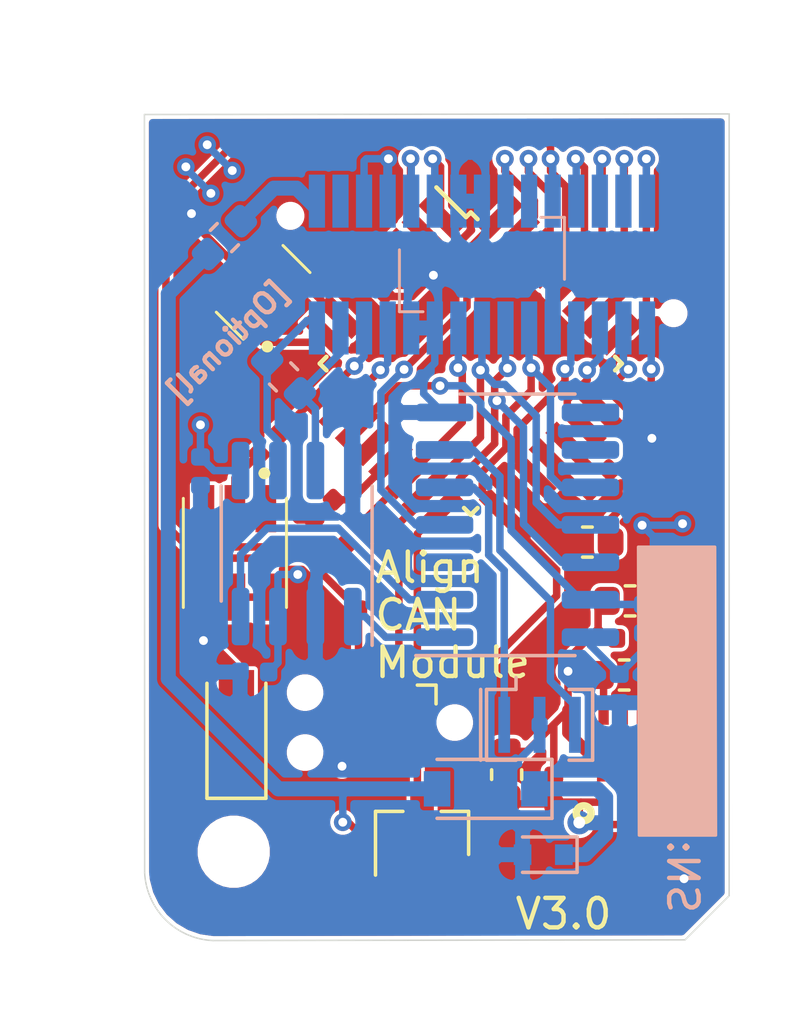
<source format=kicad_pcb>
(kicad_pcb (version 20171130) (host pcbnew "(5.1.6)-1")
  (layers (0 F.Cu signal) (31 B.Cu signal) (34 B.Paste user hide) (35 F.Paste user hide) (36 B.SilkS user) (37 F.SilkS user) (38 B.Mask user hide) (39 F.Mask user hide) (44 Edge.Cuts user))
  (net 0 "")
  (net 1 "Net-(U1-Pad7)")
  (net 2 GND)
  (net 3 /Reset)
  (net 4 /MOSI)
  (net 5 /SCK)
  (net 6 +5V)
  (net 7 /MISO)
  (net 8 /CAN_CS)
  (net 9 /CAN_INT)
  (net 10 +12V)
  (net 11 /GREEN_LED)
  (net 12 /RED_LED)
  (net 13 /BLUE_LED)
  (net 14 /U-Pin8)
  (net 15 /U-Pin12)
  (net 16 /U-Pin14)
  (net 17 /U-Pin20)
  (net 18 /U-Pin22)
  (net 19 /U-Pin2)
  (net 20 /U-Pin4)
  (net 21 /U-Pin6)
  (net 22 /U-Pin7)
  (net 23 /U-Pin23)
  (net 24 /U-Pin1)
  (net 25 /U-Pin3)
  (net 26 +12V_Safe)
  (net 27 "Net-(C3-Pad2)")
  (net 28 "Net-(L2-Pad1)")
  (net 29 "Net-(C2-Pad1)")
  (net 30 "Net-(U1-Pad8)")
  (net 31 /U-Pin5)
  (net 32 /U-Pin27)
  (net 33 /U-Pin29)
  (net 34 "Net-(J1-Pad2)")
  (net 35 "Net-(LED1-Pad5)")
  (net 36 "Net-(LED1-Pad3)")
  (net 37 "Net-(LED1-Pad1)")
  (net 38 /TXCAN)
  (net 39 /RXCAN)
  (net 40 "Net-(U4-Pad5)")
  (net 41 "Net-(U4-Pad6)")
  (net 42 12V_fused)
  (module Resistor_SMD:R_0402_1005Metric (layer B.Cu) (at 79.9 81.1 90)
    (fp_text reference R6 (at 0 1.17 90) (layer B.SilkS) (effects (justify mirror)))
    (fp_text value "10K Ohm")
    (pad 2 smd roundrect (at 0.485 0 90) (size 0.59 0.64) (layers B.Cu B.Paste B.Mask) (net 8 /CAN_CS))
    (pad 1 smd roundrect (at -0.485 0 90) (size 0.59 0.64) (layers B.Cu B.Paste B.Mask) (net 6 +5V))
  )
  (module ACM_2020_V2:IL-WX-30SB-VF-BE (layer B.Cu) (at 74.422 69.088 180)
    (fp_text reference P1 hide)
    (fp_text value Conn_02x15_Odd_Even hide)
    (pad 30 smd rect (at 5.6 2.15 180) (size 0.55 1.8) (layers B.Cu B.Paste B.Mask) (net 10 +12V))
    (pad 29 smd rect (at 5.6 -2.15 180) (size 0.55 1.8) (layers B.Cu B.Paste B.Mask) (net 33 /U-Pin29))
    (pad 28 smd rect (at 4.8 2.15 180) (size 0.55 1.8) (layers B.Cu B.Paste B.Mask))
    (pad 27 smd rect (at 4.8 -2.15 180) (size 0.55 1.8) (layers B.Cu B.Paste B.Mask) (net 32 /U-Pin27))
    (pad 26 smd rect (at 4 2.15 180) (size 0.55 1.8) (layers B.Cu B.Paste B.Mask) (net 6 +5V))
    (pad 25 smd rect (at 4 -2.15 180) (size 0.55 1.8) (layers B.Cu B.Paste B.Mask) (net 11 /GREEN_LED))
    (pad 24 smd rect (at 3.2 2.15 180) (size 0.55 1.8) (layers B.Cu B.Paste B.Mask) (net 6 +5V))
    (pad 23 smd rect (at 3.2 -2.15 180) (size 0.55 1.8) (layers B.Cu B.Paste B.Mask) (net 23 /U-Pin23))
    (pad 22 smd rect (at 2.4 2.15 180) (size 0.55 1.8) (layers B.Cu B.Paste B.Mask) (net 18 /U-Pin22))
    (pad 21 smd rect (at 2.4 -2.15 180) (size 0.55 1.8) (layers B.Cu B.Paste B.Mask) (net 2 GND))
    (pad 20 smd rect (at 1.6 2.15 180) (size 0.55 1.8) (layers B.Cu B.Paste B.Mask) (net 17 /U-Pin20))
    (pad 19 smd rect (at 1.6 -2.15 180) (size 0.55 1.8) (layers B.Cu B.Paste B.Mask) (net 2 GND))
    (pad 18 smd rect (at 0.8 2.15 180) (size 0.55 1.8) (layers B.Cu B.Paste B.Mask) (net 2 GND))
    (pad 17 smd rect (at 0.8 -2.15 180) (size 0.55 1.8) (layers B.Cu B.Paste B.Mask) (net 13 /BLUE_LED))
    (pad 16 smd rect (at 0 2.15 180) (size 0.55 1.8) (layers B.Cu B.Paste B.Mask) (net 2 GND))
    (pad 15 smd rect (at 0 -2.15 180) (size 0.55 1.8) (layers B.Cu B.Paste B.Mask) (net 4 /MOSI))
    (pad 14 smd rect (at -0.8 2.15 180) (size 0.55 1.8) (layers B.Cu B.Paste B.Mask) (net 16 /U-Pin14))
    (pad 13 smd rect (at -0.8 -2.15 180) (size 0.55 1.8) (layers B.Cu B.Paste B.Mask) (net 7 /MISO))
    (pad 12 smd rect (at -1.6 2.15 180) (size 0.55 1.8) (layers B.Cu B.Paste B.Mask) (net 15 /U-Pin12))
    (pad 11 smd rect (at -1.6 -2.15 180) (size 0.55 1.8) (layers B.Cu B.Paste B.Mask) (net 5 /SCK))
    (pad 10 smd rect (at -2.4 2.15 180) (size 0.55 1.8) (layers B.Cu B.Paste B.Mask) (net 3 /Reset))
    (pad 9 smd rect (at -2.4 -2.15 180) (size 0.55 1.8) (layers B.Cu B.Paste B.Mask) (net 2 GND))
    (pad 8 smd rect (at -3.2 2.15 180) (size 0.55 1.8) (layers B.Cu B.Paste B.Mask) (net 14 /U-Pin8))
    (pad 7 smd rect (at -3.2 -2.15 180) (size 0.55 1.8) (layers B.Cu B.Paste B.Mask) (net 22 /U-Pin7))
    (pad 6 smd rect (at -4 2.15 180) (size 0.55 1.8) (layers B.Cu B.Paste B.Mask) (net 21 /U-Pin6))
    (pad 5 smd rect (at -4 -2.15 180) (size 0.55 1.8) (layers B.Cu B.Paste B.Mask) (net 31 /U-Pin5))
    (pad 4 smd rect (at -4.8 2.15 180) (size 0.55 1.8) (layers B.Cu B.Paste B.Mask) (net 20 /U-Pin4))
    (pad 3 smd rect (at -4.8 -2.15 180) (size 0.55 1.8) (layers B.Cu B.Paste B.Mask) (net 25 /U-Pin3))
    (pad 2 smd rect (at -5.6 2.15 180) (size 0.55 1.8) (layers B.Cu B.Paste B.Mask) (net 19 /U-Pin2))
    (pad 1 smd rect (at -5.6 -2.15 180) (size 0.55 1.8) (layers B.Cu B.Paste B.Mask) (net 24 /U-Pin1))
    (pad "" np_thru_hole circle (at -6.5 -1.65 180) (size 0.7 0.7) (drill 0.7) (layers *.Cu *.Mask))
    (pad "" np_thru_hole circle (at 6.5 1.65 180) (size 0.7 0.7) (drill 0.7) (layers *.Cu *.Mask))
  )
  (module ACM_2020_V2:Resonator_CSTNE20M0V51Z000R0 (layer B.Cu) (at 76.3778 84.6963)
    (fp_text reference Y2 hide)
    (fp_text value "20.0 Mhz")
    (pad 3 smd rect (at 1.2 0) (size 0.4 1.9) (layers B.Cu B.Paste B.Mask) (net 41 "Net-(U4-Pad6)"))
    (pad 2 smd rect (at 0 0) (size 0.4 1.9) (layers B.Cu B.Paste B.Mask) (net 2 GND))
    (pad 1 smd rect (at -1.2 0) (size 0.4 1.9) (layers B.Cu B.Paste B.Mask) (net 40 "Net-(U4-Pad5)"))
  )
  (module ACM_2020_V2:ASMBTTF00A20B (layer F.Cu) (at 66.04 78.867 270)
    (fp_text reference LED1 hide)
    (fp_text value ASMB-TTF0-0A20B hide)
    (pad 1 smd rect (at -1.5 -1.05) (size 0.7 1.6) (layers F.Cu F.Paste F.Mask) (net 37 "Net-(LED1-Pad1)"))
    (pad 2 smd rect (at 1.5 -1.05) (size 0.7 1.6) (layers F.Cu F.Paste F.Mask) (net 2 GND))
    (pad 3 smd rect (at -1.5 0) (size 0.7 1.6) (layers F.Cu F.Paste F.Mask) (net 36 "Net-(LED1-Pad3)"))
    (pad 4 smd rect (at 1.5 0) (size 0.7 1.6) (layers F.Cu F.Paste F.Mask) (net 2 GND))
    (pad 5 smd rect (at -1.5 1.05) (size 0.7 1.6) (layers F.Cu F.Paste F.Mask) (net 35 "Net-(LED1-Pad5)"))
    (pad 6 smd rect (at 1.5 1.05) (size 0.7 1.6) (layers F.Cu F.Paste F.Mask) (net 2 GND))
  )
  (module Capacitor_SMD:C_0402_1005Metric (layer B.Cu) (at 66.7004 82.9056)
    (fp_text reference C8 hide)
    (fp_text value 0.1uF)
    (pad 2 smd roundrect (at 0.485 0) (size 0.59 0.64) (layers B.Cu B.Paste B.Mask) (net 6 +5V))
    (pad 1 smd roundrect (at -0.485 0) (size 0.59 0.64) (layers B.Cu B.Paste B.Mask) (net 2 GND))
  )
  (module Capacitor_SMD:C_0402_1005Metric (layer B.Cu) (at 64.8716 76.0984 270)
    (fp_text reference C7 hide)
    (fp_text value 0.1uF)
    (pad 2 smd roundrect (at 0.485 0 270) (size 0.59 0.64) (layers B.Cu B.Paste B.Mask) (net 2 GND))
    (pad 1 smd roundrect (at -0.485 0 270) (size 0.59 0.64) (layers B.Cu B.Paste B.Mask) (net 6 +5V))
  )
  (module ACM_2020_V2:Can_MCP2517FD_SOIC (layer B.Cu) (at 75.6285 77.9145)
    (fp_text reference U4 hide)
    (fp_text value MCP2517FD-xSL)
    (pad 1 smd roundrect (at -2.475 3.81) (size 1.95 0.6) (layers B.Cu B.Paste B.Mask) (net 38 /TXCAN))
    (pad 2 smd roundrect (at -2.475 2.54) (size 1.95 0.6) (layers B.Cu B.Paste B.Mask) (net 39 /RXCAN))
    (pad 3 smd roundrect (at -2.475 1.27) (size 1.95 0.6) (layers B.Cu B.Paste B.Mask))
    (pad 4 smd roundrect (at -2.475 0) (size 1.95 0.6) (layers B.Cu B.Paste B.Mask) (net 9 /CAN_INT))
    (pad 5 smd roundrect (at -2.475 -1.27) (size 1.95 0.6) (layers B.Cu B.Paste B.Mask) (net 40 "Net-(U4-Pad5)"))
    (pad 6 smd roundrect (at -2.475 -2.54) (size 1.95 0.6) (layers B.Cu B.Paste B.Mask) (net 41 "Net-(U4-Pad6)"))
    (pad 7 smd roundrect (at -2.475 -3.81) (size 1.95 0.6) (layers B.Cu B.Paste B.Mask) (net 2 GND))
    (pad 8 smd roundrect (at 2.475 -3.81) (size 1.95 0.6) (layers B.Cu B.Paste B.Mask))
    (pad 9 smd roundrect (at 2.475 -2.54) (size 1.95 0.6) (layers B.Cu B.Paste B.Mask))
    (pad 10 smd roundrect (at 2.475 -1.27) (size 1.95 0.6) (layers B.Cu B.Paste B.Mask) (net 5 /SCK))
    (pad 11 smd roundrect (at 2.475 0) (size 1.95 0.6) (layers B.Cu B.Paste B.Mask) (net 4 /MOSI))
    (pad 12 smd roundrect (at 2.475 1.27) (size 1.95 0.6) (layers B.Cu B.Paste B.Mask) (net 7 /MISO))
    (pad 13 smd roundrect (at 2.475 2.54) (size 1.95 0.6) (layers B.Cu B.Paste B.Mask) (net 8 /CAN_CS))
    (pad 14 smd roundrect (at 2.475 3.81) (size 1.95 0.6) (layers B.Cu B.Paste B.Mask) (net 6 +5V))
  )
  (module Capacitor_SMD:C_0402_1005Metric (layer B.Cu) (at 79.0829 83.4644 270)
    (fp_text reference C6 hide)
    (fp_text value 0.1uF)
    (pad 2 smd roundrect (at 0.485 0 270) (size 0.59 0.64) (layers B.Cu B.Paste B.Mask) (net 2 GND))
    (pad 1 smd roundrect (at -0.485 0 270) (size 0.59 0.64) (layers B.Cu B.Paste B.Mask) (net 6 +5V))
  )
  (module ACM_2020_V2:Pmos_DMP3099L-13 (layer F.Cu) (at 72.39 88.392 90)
    (fp_text reference Q1 hide)
    (fp_text value Q_PMOS_DMP3099L-13)
    (pad 1 smd rect (at -1 -0.95 90) (size 0.9 0.8) (layers F.Cu F.Paste F.Mask) (net 42 12V_fused))
    (pad 2 smd rect (at -1 0.95 90) (size 0.9 0.8) (layers F.Cu F.Paste F.Mask) (net 6 +5V))
    (pad 3 smd rect (at 1 0 90) (size 0.9 0.8) (layers F.Cu F.Paste F.Mask) (net 34 "Net-(J1-Pad2)"))
  )
  (module ACM_2020_V2:D_schotky_MBR0520LT1G (layer B.Cu) (at 74.549 86.868 180)
    (fp_text reference D4 hide)
    (fp_text value D_Schottky_MBR0520LT1G)
    (pad 1 smd rect (at -1.65 0 180) (size 0.9 1.2) (layers B.Cu B.Paste B.Mask) (net 26 +12V_Safe))
    (pad 2 smd rect (at 1.65 0 180) (size 0.9 1.2) (layers B.Cu B.Paste B.Mask) (net 42 12V_fused))
  )
  (module Inductor_SMD:L_0603_1608Metric (layer F.Cu) (at 79.2481 83.0072)
    (fp_text reference L2 hide)
    (fp_text value "2.2 µH")
    (pad 1 smd roundrect (at -0.7875 0) (size 0.875 0.95) (layers F.Cu F.Paste F.Mask) (net 28 "Net-(L2-Pad1)"))
    (pad 2 smd roundrect (at 0.7875 0) (size 0.875 0.95) (layers F.Cu F.Paste F.Mask) (net 6 +5V))
  )
  (module Resistor_SMD:R_0603_1608Metric (layer B.Cu) (at 67.691 72.898 135)
    (fp_text reference R7 hide)
    (fp_text value 120Ω)
    (pad 1 smd roundrect (at -0.7875 0 135) (size 0.875 0.95) (layers B.Cu B.Paste B.Mask) (net 32 /U-Pin27))
    (pad 2 smd roundrect (at 0.7875 0 135) (size 0.875 0.95) (layers B.Cu B.Paste B.Mask) (net 33 /U-Pin29))
  )
  (module Inductor_SMD:L_0603_1608Metric (layer F.Cu) (at 78 78.5)
    (fp_text reference L1 hide)
    (fp_text value 10uH)
    (pad 2 smd roundrect (at 0.7875 0) (size 0.875 0.95) (layers F.Cu F.Paste F.Mask) (net 27 "Net-(C3-Pad2)"))
    (pad 1 smd roundrect (at -0.7875 0) (size 0.875 0.95) (layers F.Cu F.Paste F.Mask) (net 6 +5V))
  )
  (module Package_QFP:TQFP-32_7x7mm_P0.8mm (layer F.Cu) (at 74.043324 72.446268 315)
    (fp_text reference U1 hide)
    (fp_text value ATmega328P-AU)
    (pad 1 smd rect (at -4.25 -2.8 315) (size 1.6 0.55) (layers F.Cu F.Paste F.Mask) (net 17 /U-Pin20))
    (pad 2 smd rect (at -4.25 -2 315) (size 1.6 0.55) (layers F.Cu F.Paste F.Mask) (net 18 /U-Pin22))
    (pad 3 smd rect (at -4.25 -1.2 315) (size 1.6 0.55) (layers F.Cu F.Paste F.Mask) (net 2 GND))
    (pad 4 smd rect (at -4.25 -0.4 315) (size 1.6 0.55) (layers F.Cu F.Paste F.Mask) (net 6 +5V))
    (pad 5 smd rect (at -4.25 0.4 315) (size 1.6 0.55) (layers F.Cu F.Paste F.Mask) (net 2 GND))
    (pad 6 smd rect (at -4.25 1.2 315) (size 1.6 0.55) (layers F.Cu F.Paste F.Mask) (net 6 +5V))
    (pad 7 smd rect (at -4.25 2 315) (size 1.6 0.55) (layers F.Cu F.Paste F.Mask) (net 1 "Net-(U1-Pad7)"))
    (pad 8 smd rect (at -4.25 2.8 315) (size 1.6 0.55) (layers F.Cu F.Paste F.Mask) (net 30 "Net-(U1-Pad8)"))
    (pad 9 smd rect (at -2.8 4.25 45) (size 1.6 0.55) (layers F.Cu F.Paste F.Mask) (net 11 /GREEN_LED))
    (pad 10 smd rect (at -2 4.25 45) (size 1.6 0.55) (layers F.Cu F.Paste F.Mask) (net 23 /U-Pin23))
    (pad 11 smd rect (at -1.2 4.25 45) (size 1.6 0.55) (layers F.Cu F.Paste F.Mask) (net 8 /CAN_CS))
    (pad 12 smd rect (at -0.4 4.25 45) (size 1.6 0.55) (layers F.Cu F.Paste F.Mask))
    (pad 13 smd rect (at 0.4 4.25 45) (size 1.6 0.55) (layers F.Cu F.Paste F.Mask) (net 12 /RED_LED))
    (pad 14 smd rect (at 1.2 4.25 45) (size 1.6 0.55) (layers F.Cu F.Paste F.Mask) (net 13 /BLUE_LED))
    (pad 15 smd rect (at 2 4.25 45) (size 1.6 0.55) (layers F.Cu F.Paste F.Mask) (net 4 /MOSI))
    (pad 16 smd rect (at 2.8 4.25 45) (size 1.6 0.55) (layers F.Cu F.Paste F.Mask) (net 7 /MISO))
    (pad 17 smd rect (at 4.25 2.8 315) (size 1.6 0.55) (layers F.Cu F.Paste F.Mask) (net 5 /SCK))
    (pad 18 smd rect (at 4.25 2 315) (size 1.6 0.55) (layers F.Cu F.Paste F.Mask) (net 6 +5V))
    (pad 19 smd rect (at 4.25 1.2 315) (size 1.6 0.55) (layers F.Cu F.Paste F.Mask) (net 22 /U-Pin7))
    (pad 20 smd rect (at 4.25 0.4 315) (size 1.6 0.55) (layers F.Cu F.Paste F.Mask) (net 29 "Net-(C2-Pad1)"))
    (pad 21 smd rect (at 4.25 -0.4 315) (size 1.6 0.55) (layers F.Cu F.Paste F.Mask) (net 2 GND))
    (pad 22 smd rect (at 4.25 -1.2 315) (size 1.6 0.55) (layers F.Cu F.Paste F.Mask) (net 31 /U-Pin5))
    (pad 23 smd rect (at 4.25 -2 315) (size 1.6 0.55) (layers F.Cu F.Paste F.Mask) (net 24 /U-Pin1))
    (pad 24 smd rect (at 4.25 -2.8 315) (size 1.6 0.55) (layers F.Cu F.Paste F.Mask) (net 25 /U-Pin3))
    (pad 25 smd rect (at 2.8 -4.25 45) (size 1.6 0.55) (layers F.Cu F.Paste F.Mask) (net 19 /U-Pin2))
    (pad 26 smd rect (at 2 -4.25 45) (size 1.6 0.55) (layers F.Cu F.Paste F.Mask) (net 20 /U-Pin4))
    (pad 27 smd rect (at 1.2 -4.25 45) (size 1.6 0.55) (layers F.Cu F.Paste F.Mask) (net 21 /U-Pin6))
    (pad 28 smd rect (at 0.4 -4.25 45) (size 1.6 0.55) (layers F.Cu F.Paste F.Mask) (net 14 /U-Pin8))
    (pad 29 smd rect (at -0.4 -4.25 45) (size 1.6 0.55) (layers F.Cu F.Paste F.Mask) (net 3 /Reset))
    (pad 30 smd rect (at -1.2 -4.25 45) (size 1.6 0.55) (layers F.Cu F.Paste F.Mask) (net 15 /U-Pin12))
    (pad 31 smd rect (at -2 -4.25 45) (size 1.6 0.55) (layers F.Cu F.Paste F.Mask) (net 16 /U-Pin14))
    (pad 32 smd rect (at -2.8 -4.25 45) (size 1.6 0.55) (layers F.Cu F.Paste F.Mask) (net 9 /CAN_INT))
  )
  (module Connector:Tag-Connect_TC2030-IDC-NL_2x03_P1.27mm_Vertical (layer F.Cu) (at 70.96 84.62 180)
    (fp_text reference J1 hide)
    (fp_text value TC2030-MCP-NL)
    (pad "" np_thru_hole circle (at 2.54 -1.016 180) (size 0.9906 0.9906) (drill 0.9906) (layers *.Cu *.Mask))
    (pad "" np_thru_hole circle (at 2.54 1.016 180) (size 0.9906 0.9906) (drill 0.9906) (layers *.Cu *.Mask))
    (pad "" np_thru_hole circle (at -2.54 0 180) (size 0.9906 0.9906) (drill 0.9906) (layers *.Cu *.Mask))
    (pad 1 connect circle (at -1.27 0.635 180) (size 0.7874 0.7874) (layers F.Cu F.Mask) (net 7 /MISO))
    (pad 2 connect circle (at -1.27 -0.635 180) (size 0.7874 0.7874) (layers F.Cu F.Mask) (net 34 "Net-(J1-Pad2)"))
    (pad 3 connect circle (at 0 0.635 180) (size 0.7874 0.7874) (layers F.Cu F.Mask) (net 5 /SCK))
    (pad 4 connect circle (at 0 -0.635 180) (size 0.7874 0.7874) (layers F.Cu F.Mask) (net 4 /MOSI))
    (pad 5 connect circle (at 1.27 0.635 180) (size 0.7874 0.7874) (layers F.Cu F.Mask) (net 3 /Reset))
    (pad 6 connect circle (at 1.27 -0.635 180) (size 0.7874 0.7874) (layers F.Cu F.Mask) (net 2 GND))
  )
  (module Resistor_SMD:R_0402_1005Metric (layer F.Cu) (at 69.7484 80.7974)
    (fp_text reference R1 hide)
    (fp_text value "10K Ohm")
    (pad 1 smd roundrect (at -0.485 0) (size 0.59 0.64) (layers F.Cu F.Paste F.Mask) (net 6 +5V))
    (pad 2 smd roundrect (at 0.485 0) (size 0.59 0.64) (layers F.Cu F.Paste F.Mask) (net 3 /Reset))
  )
  (module Resistor_SMD:R_0402_1005Metric (layer F.Cu) (at 70.091253 78.295547 45)
    (fp_text reference R5 hide)
    (fp_text value 190Ω)
    (pad 1 smd roundrect (at -0.485 0 45) (size 0.59 0.64) (layers F.Cu F.Paste F.Mask) (net 35 "Net-(LED1-Pad5)"))
    (pad 2 smd roundrect (at 0.485 0 45) (size 0.59 0.64) (layers F.Cu F.Paste F.Mask) (net 13 /BLUE_LED))
  )
  (module CSTNE16M0V530000R0:CSTNE16M0V530000R0 (layer F.Cu) (at 67.299049 70.331992 45)
    (fp_text reference Y1 hide)
    (fp_text value 16.0Mhz hide)
    (pad 3 smd rect (at 1.2 -0.425 45) (size 0.4 1.9) (layers F.Cu F.Paste F.Mask) (net 1 "Net-(U1-Pad7)"))
    (pad 2 smd rect (at 0 -0.425 45) (size 0.4 1.9) (layers F.Cu F.Paste F.Mask) (net 2 GND))
    (pad 1 smd rect (at -1.2 -0.425 45) (size 0.4 1.9) (layers F.Cu F.Paste F.Mask) (net 30 "Net-(U1-Pad8)"))
  )
  (module Capacitor_SMD:C_0402_1005Metric (layer F.Cu) (at 69.792947 68.332053 225)
    (fp_text reference C1 hide)
    (fp_text value 0.1uF)
    (pad 1 smd roundrect (at -0.485 0 225) (size 0.59 0.64) (layers F.Cu F.Paste F.Mask) (net 6 +5V))
    (pad 2 smd roundrect (at 0.485 0 225) (size 0.59 0.64) (layers F.Cu F.Paste F.Mask) (net 2 GND))
  )
  (module Diode_SMD:D_SOD-523 (layer B.Cu) (at 76.5 89.1 180)
    (fp_text reference D1 hide)
    (fp_text value 15V)
    (pad 1 smd rect (at -0.7 0) (size 0.6 0.7) (layers B.Cu B.Paste B.Mask) (net 26 +12V_Safe))
    (pad 2 smd rect (at 0.7 0) (size 0.6 0.7) (layers B.Cu B.Paste B.Mask) (net 2 GND))
  )
  (module Capacitor_SMD:C_0402_1005Metric (layer F.Cu) (at 80.042947 76.457053 225)
    (fp_text reference C3 hide)
    (fp_text value 0.1uF)
    (pad 2 smd roundrect (at 0.485 0 225) (size 0.59 0.64) (layers F.Cu F.Paste F.Mask) (net 27 "Net-(C3-Pad2)"))
    (pad 1 smd roundrect (at -0.485 0 225) (size 0.59 0.64) (layers F.Cu F.Paste F.Mask) (net 2 GND))
  )
  (module Resistor_SMD:R_0402_1005Metric (layer F.Cu) (at 79.883 89.408 90)
    (fp_text reference R2 hide)
    (fp_text value "10K Ohm")
    (pad 2 smd roundrect (at 0.485 0 90) (size 0.59 0.64) (layers F.Cu F.Paste F.Mask) (net 42 12V_fused))
    (pad 1 smd roundrect (at -0.485 0 90) (size 0.59 0.64) (layers F.Cu F.Paste F.Mask) (net 2 GND))
  )
  (module Fuse:Fuse_0603_1608Metric (layer B.Cu) (at 65.6844 68.1736 45)
    (fp_text reference F1 hide)
    (fp_text value 250mA)
    (pad 2 smd roundrect (at 0.7875 0 45) (size 0.875 0.95) (layers B.Cu B.Paste B.Mask) (net 10 +12V))
    (pad 1 smd roundrect (at -0.7875 0 45) (size 0.875 0.95) (layers B.Cu B.Paste B.Mask) (net 42 12V_fused))
  )
  (module Capacitor_SMD:C_0402_1005Metric (layer F.Cu) (at 78.4 76.4 45)
    (fp_text reference C2 hide)
    (fp_text value 0.1uF)
    (pad 1 smd roundrect (at -0.485 0 45) (size 0.59 0.64) (layers F.Cu F.Paste F.Mask) (net 29 "Net-(C2-Pad1)"))
    (pad 2 smd roundrect (at 0.485 0 45) (size 0.59 0.64) (layers F.Cu F.Paste F.Mask) (net 2 GND))
  )
  (module Capacitor_SMD:C_0402_1005Metric (layer F.Cu) (at 76.8604 86.8934 90)
    (fp_text reference C4 hide)
    (fp_text value 0.1uF)
    (pad 1 smd roundrect (at -0.485 0 90) (size 0.59 0.64) (layers F.Cu F.Paste F.Mask) (net 26 +12V_Safe))
    (pad 2 smd roundrect (at 0.485 0 90) (size 0.59 0.64) (layers F.Cu F.Paste F.Mask) (net 2 GND))
  )
  (module Capacitor_SMD:C_0402_1005Metric (layer F.Cu) (at 79.471 81.764 180)
    (fp_text reference C5 hide)
    (fp_text value 0.1uF)
    (pad 2 smd roundrect (at 0.485 0 180) (size 0.59 0.64) (layers F.Cu F.Paste F.Mask) (net 2 GND))
    (pad 1 smd roundrect (at -0.485 0 180) (size 0.59 0.64) (layers F.Cu F.Paste F.Mask) (net 6 +5V))
  )
  (module MountingHole:MountingHole_2.2mm_M2 (layer B.Cu) (at 66 89)
    (fp_text reference H1 hide)
    (fp_text value "M2 Mouting hole")
    (pad 1 np_thru_hole circle (at 0 0) (size 2.2 2.2) (drill 2.2) (layers *.Cu *.Mask))
  )
  (module NCV890430MW50TXG:SON65P300X300X100-9N (layer F.Cu) (at 79.524 85.82 90)
    (fp_text reference U3 hide)
    (fp_text value NCV890430MW50TXG hide)
    (pad 1 smd rect (at -1.5 -0.975 180) (size 0.35 0.75) (layers F.Cu F.Paste F.Mask) (net 26 +12V_Safe))
    (pad 2 smd rect (at -1.5 -0.325 180) (size 0.35 0.75) (layers F.Cu F.Paste F.Mask))
    (pad 3 smd rect (at -1.5 0.325 180) (size 0.35 0.75) (layers F.Cu F.Paste F.Mask) (net 2 GND))
    (pad 4 smd rect (at -1.5 0.975 180) (size 0.35 0.75) (layers F.Cu F.Paste F.Mask) (net 26 +12V_Safe))
    (pad 5 smd rect (at 1.5 0.975 180) (size 0.35 0.75) (layers F.Cu F.Paste F.Mask) (net 6 +5V))
    (pad 6 smd rect (at 1.5 0.325 180) (size 0.35 0.75) (layers F.Cu F.Paste F.Mask))
    (pad 7 smd rect (at 1.5 -0.325 180) (size 0.35 0.75) (layers F.Cu F.Paste F.Mask) (net 2 GND))
    (pad 8 smd rect (at 1.5 -0.975 180) (size 0.35 0.75) (layers F.Cu F.Paste F.Mask) (net 28 "Net-(L2-Pad1)"))
    (pad 9 smd rect (at 0 0 90) (size 1.6 2.4) (layers F.Cu F.Paste F.Mask) (net 2 GND))
  )
  (module Capacitor_SMD:C_0603_1608Metric (layer F.Cu) (at 75.2602 86.3855 90)
    (fp_text reference C10 hide)
    (fp_text value 10uF)
    (pad 1 smd roundrect (at -0.7875 0 90) (size 0.875 0.95) (layers F.Cu F.Paste F.Mask) (net 26 +12V_Safe))
    (pad 2 smd roundrect (at 0.7875 0 90) (size 0.875 0.95) (layers F.Cu F.Paste F.Mask) (net 2 GND))
  )
  (module Capacitor_SMD:C_0603_1608Metric (layer F.Cu) (at 79.448 80.494 180)
    (fp_text reference C11 hide)
    (fp_text value 10uF)
    (pad 2 smd roundrect (at 0.7875 0 180) (size 0.875 0.95) (layers F.Cu F.Paste F.Mask) (net 2 GND))
    (pad 1 smd roundrect (at -0.7875 0 180) (size 0.875 0.95) (layers F.Cu F.Paste F.Mask) (net 6 +5V))
  )
  (module Resistor_SMD:R_0402_1005Metric (layer F.Cu) (at 69.049853 77.406547 45)
    (fp_text reference R3 hide)
    (fp_text value 220Ω)
    (pad 1 smd roundrect (at -0.485 0 45) (size 0.59 0.64) (layers F.Cu F.Paste F.Mask) (net 37 "Net-(LED1-Pad1)"))
    (pad 2 smd roundrect (at 0.485 0 45) (size 0.59 0.64) (layers F.Cu F.Paste F.Mask) (net 12 /RED_LED))
  )
  (module Resistor_SMD:R_0402_1005Metric (layer F.Cu) (at 67.195653 75.171347 45)
    (fp_text reference R4 hide)
    (fp_text value 200Ω)
    (pad 2 smd roundrect (at 0.485 0 45) (size 0.59 0.64) (layers F.Cu F.Paste F.Mask) (net 11 /GREEN_LED))
    (pad 1 smd roundrect (at -0.485 0 45) (size 0.59 0.64) (layers F.Cu F.Paste F.Mask) (net 36 "Net-(LED1-Pad3)"))
  )
  (module ACM_2020_V2:SOIC_MCP2542FD (layer B.Cu) (at 68.1355 78.5495 90)
    (fp_text reference U2 hide)
    (fp_text value MCP2542FDxMF)
    (pad 8 smd roundrect (at 2.475 1.905 90) (size 1.95 0.6) (layers B.Cu B.Paste B.Mask) (net 2 GND))
    (pad 7 smd roundrect (at 2.475 0.635 90) (size 1.95 0.6) (layers B.Cu B.Paste B.Mask) (net 32 /U-Pin27))
    (pad 6 smd roundrect (at 2.475 -0.635 90) (size 1.95 0.6) (layers B.Cu B.Paste B.Mask) (net 33 /U-Pin29))
    (pad 5 smd roundrect (at 2.475 -1.905 90) (size 1.95 0.6) (layers B.Cu B.Paste B.Mask) (net 6 +5V))
    (pad 4 smd roundrect (at -2.475 -1.905 90) (size 1.95 0.6) (layers B.Cu B.Paste B.Mask) (net 39 /RXCAN))
    (pad 3 smd roundrect (at -2.475 -0.635 90) (size 1.95 0.6) (layers B.Cu B.Paste B.Mask) (net 6 +5V))
    (pad 2 smd roundrect (at -2.475 0.635 90) (size 1.95 0.6) (layers B.Cu B.Paste B.Mask) (net 2 GND))
    (pad 1 smd roundrect (at -2.475 1.905 90) (size 1.95 0.6) (layers B.Cu B.Paste B.Mask) (net 38 /TXCAN))
  )
  (module ACM_2020_V2:D_Zener_KDZV5.6B_SOD-123 (layer F.Cu) (at 66.0908 84.9386 90)
    (fp_text reference D2 hide)
    (fp_text value D_Zener_KDZVTR5.6B)
    (pad 2 smd rect (at 1.65 0 90) (size 0.9 1.2) (layers F.Cu F.Paste F.Mask) (net 2 GND))
    (pad 1 smd rect (at -1.65 0 90) (size 0.9 1.2) (layers F.Cu F.Paste F.Mask) (net 6 +5V))
  )
  (gr_text V3.0 (at 77.1906 91.1098) (layer F.SilkS) (effects (font (size 1 1))))
  (gr_text "Align\nCAN\nModule" (at 70.7136 80.9752) (layer F.SilkS) (effects (font (size 1 1)) (justify left)))
  (gr_text [Optional] (at 65.786 71.6915 45) (layer B.SilkS) (effects (font (size 0.7 0.7)) (justify mirror)))
  (gr_line (start 82.80908 90.49258) (end 81.31302 91.98864) (layer Edge.Cuts) (width 0.05))
  (gr_arc (start 65.399901 89.588339) (end 62.97676 89.71534) (angle -84.58411655) (layer Edge.Cuts) (width 0.05))
  (gr_line (start 62.97676 89.71534) (end 62.97 64) (layer Edge.Cuts) (width 0.05))
  (gr_line (start 81.31302 91.98864) (end 65.297629 92.01265) (layer Edge.Cuts) (width 0.05))
  (gr_line (start 82.81 63.98) (end 82.80908 90.49258) (layer Edge.Cuts) (width 0.05))
  (gr_line (start 62.97 64) (end 82.81 63.98) (layer Edge.Cuts) (width 0.05))
  (gr_text SN: (at 81.2292 89.8398 270) (layer B.SilkS) (effects (font (size 1 1)) (justify mirror)))
  (gr_poly (pts (xy 79.7264 78.6638) (xy 82.3256 78.6638) (xy 82.3552 88.4428) (xy 79.756 88.4428)) (layer B.SilkS) (width 0.1))
  (segment (start 69.519392 70.855278) (end 69.623907 70.855278) (width 0.254) (layer F.Cu) (net 1))
  (segment (start 67.847057 69.182943) (end 69.519392 70.855278) (width 0.254) (layer F.Cu) (net 1))
  (segment (start 79.199 85.495) (end 79.524 85.82) (width 0.254) (layer F.Cu) (net 2))
  (segment (start 79.199 84.32) (end 79.199 85.495) (width 0.254) (layer F.Cu) (net 2))
  (segment (start 80.328841 76.057053) (end 80.385894 76.114106) (width 0.254) (layer F.Cu) (net 2))
  (segment (start 78.8 76.114106) (end 78.742947 76.057053) (width 0.254) (layer F.Cu) (net 2))
  (segment (start 78.219795 76.057053) (end 77.331371 75.168629) (width 0.254) (layer F.Cu) (net 2))
  (segment (start 78.742947 76.057053) (end 78.219795 76.057053) (width 0.254) (layer F.Cu) (net 2))
  (segment (start 72 68.705888) (end 72.005888 68.705888) (width 0.254) (layer F.Cu) (net 2))
  (segment (start 71.886648 68.592536) (end 72 68.705888) (width 0.254) (layer F.Cu) (net 2))
  (segment (start 69.70637 68.675) (end 70.755277 69.723907) (width 0.254) (layer F.Cu) (net 2))
  (segment (start 69.45 68.675) (end 69.70637 68.675) (width 0.254) (layer F.Cu) (net 2))
  (segment (start 79.849 86.145) (end 79.849 87.32) (width 0.254) (layer F.Cu) (net 2))
  (segment (start 79.524 85.82) (end 79.849 86.145) (width 0.254) (layer F.Cu) (net 2))
  (segment (start 80.385894 76.114106) (end 80.385894 76.064106) (width 0.254) (layer F.Cu) (net 2))
  (via (at 72.775 69.45) (size 0.6) (drill 0.3) (layers F.Cu B.Cu) (net 2))
  (segment (start 71.886648 68.592536) (end 71.917536 68.592536) (width 0.254) (layer F.Cu) (net 2))
  (segment (start 71.917536 68.592536) (end 72.775 69.45) (width 0.254) (layer F.Cu) (net 2))
  (segment (start 69.69 86.085) (end 69.675 86.1) (width 0.254) (layer F.Cu) (net 2))
  (via (at 69.675 86.1) (size 0.6) (drill 0.3) (layers F.Cu B.Cu) (net 2))
  (segment (start 69.69 85.255) (end 69.69 86.085) (width 0.254) (layer F.Cu) (net 2))
  (segment (start 80.514106 76.242318) (end 80.385894 76.114106) (width 0.254) (layer F.Cu) (net 2))
  (segment (start 78.6605 80.494) (end 78.6605 80.3689) (width 0.254) (layer F.Cu) (net 2))
  (segment (start 79.883 89.893) (end 81.257 89.893) (width 0.254) (layer F.Cu) (net 2))
  (via (at 81.28 89.916) (size 0.6) (drill 0.3) (layers F.Cu B.Cu) (net 2))
  (segment (start 81.257 89.893) (end 81.28 89.916) (width 0.254) (layer F.Cu) (net 2))
  (segment (start 76.8604 84.6836) (end 77.343 84.201) (width 0.254) (layer F.Cu) (net 2))
  (segment (start 79.524 85.82) (end 78.2 85.82) (width 0.4) (layer F.Cu) (net 2))
  (segment (start 77.343 84.963) (end 77.343 84.201) (width 0.4) (layer F.Cu) (net 2))
  (segment (start 78.2 85.82) (end 77.343 84.963) (width 0.4) (layer F.Cu) (net 2))
  (segment (start 76.8604 86.4084) (end 76.8604 84.6836) (width 0.254) (layer F.Cu) (net 2))
  (segment (start 64.99 80.367) (end 67.09 80.367) (width 0.254) (layer F.Cu) (net 2))
  (via (at 64.9732 81.8388) (size 0.6) (drill 0.3) (layers F.Cu B.Cu) (net 2))
  (segment (start 64.99 80.367) (end 64.99 81.822) (width 0.254) (layer F.Cu) (net 2))
  (segment (start 64.99 81.822) (end 64.9732 81.8388) (width 0.254) (layer F.Cu) (net 2))
  (segment (start 75.946 85.598) (end 76.8604 84.6836) (width 0.254) (layer F.Cu) (net 2))
  (segment (start 75.2602 85.598) (end 75.946 85.598) (width 0.254) (layer F.Cu) (net 2))
  (segment (start 71.203741 70.172371) (end 70.755277 69.723907) (width 0.254) (layer F.Cu) (net 2))
  (segment (start 72.052629 70.172371) (end 71.203741 70.172371) (width 0.254) (layer F.Cu) (net 2))
  (segment (start 72.775 69.45) (end 72.052629 70.172371) (width 0.254) (layer F.Cu) (net 2))
  (segment (start 79.638694 76.114106) (end 78.8 76.114106) (width 0.254) (layer F.Cu) (net 2))
  (segment (start 80.385894 76.114106) (end 79.638694 76.114106) (width 0.254) (layer F.Cu) (net 2))
  (segment (start 79.638694 76.114106) (end 79.638694 75.529906) (width 0.254) (layer F.Cu) (net 2))
  (segment (start 79.638694 75.529906) (end 80.1878 74.9808) (width 0.254) (layer F.Cu) (net 2))
  (segment (start 66.0908 82.9564) (end 64.9732 81.8388) (width 0.508) (layer F.Cu) (net 2))
  (segment (start 66.0908 83.2886) (end 66.0908 82.9564) (width 0.508) (layer F.Cu) (net 2))
  (via (at 64.5668 67.3608) (size 0.6) (drill 0.3) (layers F.Cu B.Cu) (net 2))
  (segment (start 64.5668 67.6148) (end 64.5668 67.3608) (width 0.254) (layer F.Cu) (net 2))
  (segment (start 66.998529 70.031472) (end 66.983472 70.031472) (width 0.254) (layer F.Cu) (net 2))
  (segment (start 66.983472 70.031472) (end 64.5668 67.6148) (width 0.254) (layer F.Cu) (net 2))
  (segment (start 77.343 82.8802) (end 77.343 84.201) (width 0.254) (layer F.Cu) (net 2))
  (via (at 77.343 82.8802) (size 0.6) (drill 0.3) (layers F.Cu B.Cu) (net 2))
  (segment (start 76.3778 85.181998) (end 75.402998 86.1568) (width 0.254) (layer B.Cu) (net 2))
  (segment (start 76.3778 84.6963) (end 76.3778 85.181998) (width 0.254) (layer B.Cu) (net 2))
  (via (at 80.1878 74.9808) (size 0.6) (drill 0.3) (layers F.Cu B.Cu) (net 2))
  (segment (start 72.822 71.238) (end 72.822 72.424312) (width 0.254) (layer B.Cu) (net 2))
  (segment (start 73.084586 74.1045) (end 73.1535 74.1045) (width 0.254) (layer B.Cu) (net 2))
  (segment (start 72.446007 73.465921) (end 73.084586 74.1045) (width 0.254) (layer B.Cu) (net 2))
  (segment (start 72.446007 72.800305) (end 72.446007 73.465921) (width 0.254) (layer B.Cu) (net 2))
  (segment (start 72.822 72.424312) (end 72.446007 72.800305) (width 0.254) (layer B.Cu) (net 2))
  (segment (start 77.343 82.457) (end 77.343 82.8802) (width 0.254) (layer F.Cu) (net 2))
  (segment (start 78.3635 81.4365) (end 77.343 82.457) (width 0.254) (layer F.Cu) (net 2))
  (segment (start 78.691 81.764) (end 78.986 81.764) (width 0.254) (layer F.Cu) (net 2))
  (segment (start 78.3635 81.4365) (end 78.691 81.764) (width 0.254) (layer F.Cu) (net 2))
  (segment (start 78.6605 80.494) (end 78.3635 80.791) (width 0.254) (layer F.Cu) (net 2))
  (segment (start 78.3635 80.791) (end 78.3635 81.4365) (width 0.254) (layer F.Cu) (net 2))
  (segment (start 69.69 83.01) (end 69.69 83.985) (width 0.254) (layer F.Cu) (net 3))
  (segment (start 69.69 82.8448) (end 69.69 83.985) (width 0.254) (layer F.Cu) (net 3))
  (segment (start 70.2334 80.7974) (end 70.2334 82.3014) (width 0.254) (layer F.Cu) (net 3))
  (segment (start 70.2334 82.3014) (end 69.69 82.8448) (width 0.254) (layer F.Cu) (net 3))
  (segment (start 63.7 77.924) (end 63.7 67.3) (width 0.254) (layer F.Cu) (net 3))
  (segment (start 76.822 65.572) (end 76.75 65.5) (width 0.254) (layer B.Cu) (net 3))
  (segment (start 77.26291 68.660996) (end 77.26291 66.437174) (width 0.254) (layer F.Cu) (net 3))
  (segment (start 77.26291 66.437174) (end 76.75 65.924264) (width 0.254) (layer F.Cu) (net 3))
  (segment (start 70.2334 80.7974) (end 68.4808 79.0448) (width 0.254) (layer F.Cu) (net 3))
  (segment (start 68.4808 79.0448) (end 64.8208 79.0448) (width 0.254) (layer F.Cu) (net 3))
  (segment (start 66.304001 64.695999) (end 76.370263 64.695999) (width 0.254) (layer F.Cu) (net 3))
  (via (at 76.75 65.5) (size 0.6) (drill 0.3) (layers F.Cu B.Cu) (net 3))
  (segment (start 76.75 65.924264) (end 76.75 65.5) (width 0.254) (layer F.Cu) (net 3))
  (segment (start 64.8208 79.0448) (end 63.7 77.924) (width 0.254) (layer F.Cu) (net 3))
  (segment (start 76.75 65.075736) (end 76.75 65.5) (width 0.254) (layer F.Cu) (net 3))
  (segment (start 76.765685 69.158221) (end 77.26291 68.660996) (width 0.254) (layer F.Cu) (net 3))
  (segment (start 63.7 67.3) (end 66.304001 64.695999) (width 0.254) (layer F.Cu) (net 3))
  (segment (start 76.370263 64.695999) (end 76.75 65.075736) (width 0.254) (layer F.Cu) (net 3))
  (segment (start 76.822 67.188) (end 76.822 65.572) (width 0.254) (layer B.Cu) (net 3))
  (segment (start 71.6026 84.6124) (end 70.96 85.255) (width 0.127) (layer F.Cu) (net 4))
  (segment (start 71.6026 83.5152) (end 71.6026 84.6124) (width 0.127) (layer F.Cu) (net 4))
  (segment (start 71.6026 77.8764) (end 71.6026 83.5152) (width 0.254) (layer F.Cu) (net 4))
  (segment (start 72.452334 76.865685) (end 72.452334 77.026666) (width 0.254) (layer F.Cu) (net 4))
  (segment (start 72.452334 77.026666) (end 71.6026 77.8764) (width 0.254) (layer F.Cu) (net 4))
  (via (at 74.3712 72.6694) (size 0.6) (drill 0.3) (layers F.Cu B.Cu) (net 4))
  (segment (start 74.422 72.6186) (end 74.3712 72.6694) (width 0.254) (layer B.Cu) (net 4))
  (segment (start 74.422 70.988) (end 74.422 72.6186) (width 0.254) (layer B.Cu) (net 4))
  (segment (start 72.452334 76.865685) (end 74.3712 74.946819) (width 0.254) (layer F.Cu) (net 4))
  (segment (start 74.3712 74.946819) (end 74.3712 72.6694) (width 0.254) (layer F.Cu) (net 4))
  (segment (start 78.1035 77.9145) (end 77.0128 77.9145) (width 0.254) (layer B.Cu) (net 4))
  (segment (start 77.0128 77.9145) (end 76.2635 77.1652) (width 0.254) (layer B.Cu) (net 4))
  (segment (start 76.2635 77.1652) (end 76.2635 74.218635) (width 0.254) (layer B.Cu) (net 4))
  (segment (start 75.196398 73.151533) (end 74.853333 73.151533) (width 0.254) (layer B.Cu) (net 4))
  (segment (start 74.853333 73.151533) (end 74.3712 72.6694) (width 0.254) (layer B.Cu) (net 4))
  (segment (start 76.2635 74.218635) (end 75.196398 73.151533) (width 0.254) (layer B.Cu) (net 4))
  (segment (start 75.946 78.308742) (end 75.068629 77.431371) (width 0.254) (layer F.Cu) (net 5))
  (segment (start 75.946 78.4352) (end 75.946 78.308742) (width 0.254) (layer F.Cu) (net 5))
  (segment (start 70.375799 85.637015) (end 70.375799 84.569201) (width 0.127) (layer F.Cu) (net 5))
  (segment (start 70.577985 85.839201) (end 70.375799 85.637015) (width 0.127) (layer F.Cu) (net 5))
  (segment (start 71.240417 85.839201) (end 70.577985 85.839201) (width 0.127) (layer F.Cu) (net 5))
  (segment (start 71.544201 85.535417) (end 71.240417 85.839201) (width 0.127) (layer F.Cu) (net 5))
  (segment (start 72.8726 84.232414) (end 72.434215 84.670799) (width 0.127) (layer F.Cu) (net 5))
  (segment (start 71.544201 85.030023) (end 71.544201 85.535417) (width 0.127) (layer F.Cu) (net 5))
  (segment (start 72.8726 83.7946) (end 72.8726 84.232414) (width 0.127) (layer F.Cu) (net 5))
  (segment (start 70.375799 84.569201) (end 70.96 83.985) (width 0.127) (layer F.Cu) (net 5))
  (segment (start 72.434215 84.670799) (end 71.903425 84.670799) (width 0.127) (layer F.Cu) (net 5))
  (segment (start 71.903425 84.670799) (end 71.544201 85.030023) (width 0.127) (layer F.Cu) (net 5))
  (segment (start 76.957201 80.319599) (end 73.9902 83.2866) (width 0.254) (layer F.Cu) (net 5))
  (segment (start 75.946 78.4352) (end 76.957201 79.446401) (width 0.254) (layer F.Cu) (net 5))
  (segment (start 73.3806 83.2866) (end 72.8726 83.7946) (width 0.254) (layer F.Cu) (net 5))
  (segment (start 73.9902 83.2866) (end 73.3806 83.2866) (width 0.254) (layer F.Cu) (net 5))
  (segment (start 76.957201 79.446401) (end 76.957201 80.319599) (width 0.254) (layer F.Cu) (net 5))
  (segment (start 76.022 70.988) (end 76.022 72.526162) (width 0.254) (layer B.Cu) (net 5))
  (segment (start 76.022 72.526162) (end 76.091152 72.595314) (width 0.254) (layer B.Cu) (net 5))
  (via (at 76.091152 72.595314) (size 0.6) (drill 0.3) (layers F.Cu B.Cu) (net 5))
  (segment (start 75.068629 77.431371) (end 74.432234 76.794976) (width 0.254) (layer F.Cu) (net 5))
  (segment (start 76.091152 73.364781) (end 76.091152 72.595314) (width 0.254) (layer F.Cu) (net 5))
  (segment (start 75.234789 74.221144) (end 76.091152 73.364781) (width 0.254) (layer F.Cu) (net 5))
  (segment (start 74.432234 76.118996) (end 75.234789 75.316441) (width 0.254) (layer F.Cu) (net 5))
  (segment (start 75.234789 75.316441) (end 75.234789 74.221144) (width 0.254) (layer F.Cu) (net 5))
  (segment (start 74.432234 76.794976) (end 74.432234 76.118996) (width 0.254) (layer F.Cu) (net 5))
  (segment (start 77.1285 76.6445) (end 76.7461 76.2621) (width 0.254) (layer B.Cu) (net 5))
  (segment (start 78.1035 76.6445) (end 77.1285 76.6445) (width 0.254) (layer B.Cu) (net 5))
  (segment (start 76.7461 76.2621) (end 76.7461 73.250262) (width 0.254) (layer B.Cu) (net 5))
  (segment (start 76.7461 73.250262) (end 76.091152 72.595314) (width 0.254) (layer B.Cu) (net 5))
  (segment (start 79.956 80.7735) (end 80.2355 80.494) (width 0.254) (layer F.Cu) (net 6))
  (segment (start 79.956 81.764) (end 79.956 80.7735) (width 0.254) (layer F.Cu) (net 6))
  (segment (start 75.22395 76.455321) (end 75.634314 76.865685) (width 0.254) (layer F.Cu) (net 6))
  (segment (start 77.2125 78.443871) (end 75.634314 76.865685) (width 0.254) (layer F.Cu) (net 6))
  (segment (start 77.2125 78.5) (end 77.2125 78.443871) (width 0.254) (layer F.Cu) (net 6))
  (via (at 65.225002 66.675) (size 0.6) (drill 0.3) (layers F.Cu B.Cu) (net 6))
  (via (at 65.950002 65.9) (size 0.6) (drill 0.3) (layers F.Cu B.Cu) (net 6))
  (segment (start 65.1 65.049998) (end 65.1 65.025) (width 0.254) (layer B.Cu) (net 6))
  (segment (start 65.950002 65.9) (end 65.1 65.049998) (width 0.254) (layer B.Cu) (net 6))
  (via (at 65.1 65.025) (size 0.6) (drill 0.3) (layers F.Cu B.Cu) (net 6))
  (segment (start 65.225002 66.675) (end 64.375 65.824998) (width 0.254) (layer B.Cu) (net 6))
  (via (at 64.375 65.775) (size 0.6) (drill 0.3) (layers F.Cu B.Cu) (net 6))
  (segment (start 64.375 65.824998) (end 64.375 65.775) (width 0.254) (layer B.Cu) (net 6))
  (via (at 81.2292 77.8764) (size 0.6) (drill 0.3) (layers F.Cu B.Cu) (net 6))
  (segment (start 81.1784 77.9272) (end 81.2292 77.8764) (width 0.254) (layer B.Cu) (net 6))
  (segment (start 65.3327 76.0745) (end 64.8716 75.6134) (width 0.254) (layer B.Cu) (net 6))
  (segment (start 66.2305 76.0745) (end 65.3327 76.0745) (width 0.254) (layer B.Cu) (net 6))
  (via (at 64.8716 74.5236) (size 0.6) (drill 0.3) (layers F.Cu B.Cu) (net 6))
  (segment (start 64.8716 75.6134) (end 64.8716 74.5236) (width 0.254) (layer B.Cu) (net 6))
  (segment (start 67.5005 82.5905) (end 67.1854 82.9056) (width 0.254) (layer B.Cu) (net 6))
  (segment (start 67.5005 81.0245) (end 67.5005 82.5905) (width 0.254) (layer B.Cu) (net 6))
  (segment (start 71.222 66.022) (end 71.222 66.022) (width 0.254) (layer B.Cu) (net 6))
  (via (at 68.1736 79.5988) (size 0.6) (drill 0.3) (layers F.Cu B.Cu) (net 6))
  (segment (start 69.2634 80.7974) (end 69.2634 80.6886) (width 0.254) (layer F.Cu) (net 6))
  (segment (start 69.2634 80.6886) (end 68.1736 79.5988) (width 0.254) (layer F.Cu) (net 6))
  (segment (start 68.1736 79.5988) (end 67.5434 79.5988) (width 0.254) (layer B.Cu) (net 6))
  (segment (start 67.5005 79.6417) (end 67.5005 81.0245) (width 0.254) (layer B.Cu) (net 6))
  (segment (start 67.5434 79.5988) (end 67.5005 79.6417) (width 0.254) (layer B.Cu) (net 6))
  (segment (start 78.1035 82) (end 79.0829 82.9794) (width 0.254) (layer B.Cu) (net 6))
  (segment (start 78.1035 81.7245) (end 78.1035 82) (width 0.254) (layer B.Cu) (net 6))
  (via (at 71.25 65.499998) (size 0.6) (drill 0.3) (layers F.Cu B.Cu) (net 6))
  (segment (start 71.2 67.166) (end 71.2 65.549998) (width 0.254) (layer B.Cu) (net 6))
  (segment (start 71.25 66.36) (end 71.25 65.499998) (width 0.254) (layer B.Cu) (net 6))
  (segment (start 71.2 65.549998) (end 71.25 65.499998) (width 0.254) (layer B.Cu) (net 6))
  (segment (start 79.8576 77.9272) (end 81.1784 77.9272) (width 0.254) (layer B.Cu) (net 6))
  (via (at 79.8576 77.9272) (size 0.6) (drill 0.3) (layers F.Cu B.Cu) (net 6))
  (segment (start 71.25 65.499998) (end 70.500002 65.499998) (width 0.254) (layer B.Cu) (net 6))
  (segment (start 70.422 65.578) (end 70.422 66.938) (width 0.254) (layer B.Cu) (net 6))
  (segment (start 70.500002 65.499998) (end 70.422 65.578) (width 0.254) (layer B.Cu) (net 6))
  (segment (start 79.9 82.1623) (end 79.0829 82.9794) (width 0.254) (layer B.Cu) (net 6))
  (segment (start 79.9 81.585) (end 79.9 82.1623) (width 0.254) (layer B.Cu) (net 6))
  (segment (start 79.915 81.6) (end 79.9 81.585) (width 0.254) (layer B.Cu) (net 6))
  (segment (start 80.5 81.6) (end 79.915 81.6) (width 0.254) (layer B.Cu) (net 6))
  (segment (start 80.8 81.3) (end 80.5 81.6) (width 0.254) (layer B.Cu) (net 6))
  (segment (start 79.8576 77.9272) (end 80.8 78.8696) (width 0.254) (layer B.Cu) (net 6))
  (segment (start 80.8 78.8696) (end 80.8 81.3) (width 0.254) (layer B.Cu) (net 6))
  (segment (start 73.018629 77.431371) (end 73.018019 77.431371) (width 0.254) (layer F.Cu) (net 7))
  (segment (start 72.23 83.985) (end 72.23 78.21939) (width 0.254) (layer F.Cu) (net 7))
  (segment (start 72.23 78.21939) (end 73.018019 77.431371) (width 0.254) (layer F.Cu) (net 7))
  (segment (start 74.853778 75.158622) (end 74.853778 73.039258) (width 0.254) (layer F.Cu) (net 7))
  (segment (start 73.654414 76.357986) (end 74.853778 75.158622) (width 0.254) (layer F.Cu) (net 7))
  (segment (start 74.853778 73.039258) (end 75.287904 72.605132) (width 0.254) (layer F.Cu) (net 7))
  (segment (start 73.018019 77.431371) (end 73.654414 76.794976) (width 0.254) (layer F.Cu) (net 7))
  (via (at 75.287904 72.605132) (size 0.6) (drill 0.3) (layers F.Cu B.Cu) (net 7))
  (segment (start 73.654414 76.794976) (end 73.654414 76.357986) (width 0.254) (layer F.Cu) (net 7))
  (segment (start 75.222 72.539228) (end 75.287904 72.605132) (width 0.254) (layer B.Cu) (net 7))
  (segment (start 75.222 70.988) (end 75.222 72.539228) (width 0.254) (layer B.Cu) (net 7))
  (segment (start 75.8317 74.606759) (end 74.930476 73.705535) (width 0.254) (layer B.Cu) (net 7))
  (segment (start 75.8317 77.8877) (end 75.8317 74.606759) (width 0.254) (layer B.Cu) (net 7))
  (segment (start 77.1285 79.1845) (end 75.8317 77.8877) (width 0.254) (layer B.Cu) (net 7))
  (segment (start 78.1035 79.1845) (end 77.1285 79.1845) (width 0.254) (layer B.Cu) (net 7))
  (via (at 74.930476 73.705535) (size 0.6) (drill 0.3) (layers F.Cu B.Cu) (net 7))
  (segment (start 69.85 74.811968) (end 69.85 75.184) (width 0.254) (layer F.Cu) (net 8))
  (segment (start 75.4126 75.023204) (end 74.38251 73.993114) (width 0.254) (layer B.Cu) (net 8))
  (segment (start 73.795358 73.2) (end 73.000008 73.2) (width 0.254) (layer B.Cu) (net 8))
  (segment (start 77.7621 80.4545) (end 75.4126 78.105) (width 0.254) (layer B.Cu) (net 8))
  (segment (start 74.38251 73.787152) (end 73.795358 73.2) (width 0.254) (layer B.Cu) (net 8))
  (segment (start 74.38251 73.993114) (end 74.38251 73.787152) (width 0.254) (layer B.Cu) (net 8))
  (segment (start 75.4126 78.105) (end 75.4126 75.023204) (width 0.254) (layer B.Cu) (net 8))
  (segment (start 70.189592 74.602944) (end 71.592536 73.2) (width 0.254) (layer F.Cu) (net 8))
  (via (at 73.000008 73.2) (size 0.6) (drill 0.3) (layers F.Cu B.Cu) (net 8))
  (segment (start 71.592536 73.2) (end 73.000008 73.2) (width 0.254) (layer F.Cu) (net 8))
  (segment (start 78.1035 80.4545) (end 77.7621 80.4545) (width 0.254) (layer B.Cu) (net 8))
  (segment (start 78.264 80.615) (end 78.1035 80.4545) (width 0.254) (layer B.Cu) (net 8))
  (segment (start 79.9 80.615) (end 78.264 80.615) (width 0.254) (layer B.Cu) (net 8))
  (segment (start 75.068629 67.461165) (end 73.914 68.615794) (width 0.254) (layer F.Cu) (net 9))
  (segment (start 73.914 68.615794) (end 73.914 70.51239) (width 0.254) (layer F.Cu) (net 9))
  (segment (start 73.914 70.51239) (end 71.7804 72.64599) (width 0.254) (layer F.Cu) (net 9))
  (via (at 71.7804 72.64599) (size 0.6) (drill 0.3) (layers F.Cu B.Cu) (net 9))
  (segment (start 70.993 73.43339) (end 71.7804 72.64599) (width 0.254) (layer B.Cu) (net 9))
  (segment (start 73.1535 77.9145) (end 72.1785 77.9145) (width 0.254) (layer B.Cu) (net 9))
  (segment (start 72.1785 77.9145) (end 70.993 76.729) (width 0.254) (layer B.Cu) (net 9))
  (segment (start 70.993 76.729) (end 70.993 73.43339) (width 0.254) (layer B.Cu) (net 9))
  (segment (start 68.8 67.166) (end 68.822 67.188) (width 0.254) (layer B.Cu) (net 10))
  (segment (start 68.1312 66.4972) (end 68.822 67.188) (width 0.508) (layer B.Cu) (net 10))
  (segment (start 66.241247 67.616753) (end 67.3608 66.4972) (width 0.508) (layer B.Cu) (net 10))
  (segment (start 67.3608 66.4972) (end 68.1312 66.4972) (width 0.508) (layer B.Cu) (net 10))
  (via (at 70.0913 72.5297) (size 0.6) (drill 0.3) (layers F.Cu B.Cu) (net 11))
  (segment (start 68.895427 73.471573) (end 67.5386 74.8284) (width 0.254) (layer F.Cu) (net 11))
  (segment (start 69.058221 73.471573) (end 68.895427 73.471573) (width 0.254) (layer F.Cu) (net 11))
  (segment (start 69.149427 73.471573) (end 70.0913 72.5297) (width 0.254) (layer F.Cu) (net 11))
  (segment (start 69.058221 73.471573) (end 69.149427 73.471573) (width 0.254) (layer F.Cu) (net 11))
  (segment (start 70.422 72.199) (end 70.422 71.238) (width 0.254) (layer B.Cu) (net 11))
  (segment (start 70.0913 72.5297) (end 70.422 72.199) (width 0.254) (layer B.Cu) (net 11))
  (segment (start 69.991678 77.0636) (end 69.3928 77.0636) (width 0.254) (layer F.Cu) (net 12))
  (segment (start 71.320963 75.734315) (end 69.991678 77.0636) (width 0.254) (layer F.Cu) (net 12))
  (segment (start 71.8 76.3) (end 71.886648 76.3) (width 0.254) (layer F.Cu) (net 13))
  (segment (start 70.4342 77.752448) (end 70.4342 77.9526) (width 0.254) (layer F.Cu) (net 13))
  (segment (start 71.886648 76.3) (end 70.4342 77.752448) (width 0.254) (layer F.Cu) (net 13))
  (via (at 73.6092 72.5932) (size 0.6) (drill 0.3) (layers F.Cu B.Cu) (net 13))
  (segment (start 73.754002 74.432646) (end 73.754002 72.738002) (width 0.254) (layer F.Cu) (net 13))
  (segment (start 73.622 70.988) (end 73.622 72.5804) (width 0.254) (layer B.Cu) (net 13))
  (segment (start 73.622 72.5804) (end 73.6092 72.5932) (width 0.254) (layer B.Cu) (net 13))
  (segment (start 71.886648 76.3) (end 73.754002 74.432646) (width 0.254) (layer F.Cu) (net 13))
  (segment (start 73.754002 72.738002) (end 73.6092 72.5932) (width 0.254) (layer F.Cu) (net 13))
  (segment (start 77.622 67.188) (end 77.622 65.522) (width 0.254) (layer B.Cu) (net 14))
  (segment (start 77.899999 65.799999) (end 77.6 65.5) (width 0.254) (layer F.Cu) (net 14))
  (segment (start 77.899999 69.155279) (end 77.899999 65.799999) (width 0.254) (layer F.Cu) (net 14))
  (segment (start 77.622 65.522) (end 77.6 65.5) (width 0.254) (layer B.Cu) (net 14))
  (segment (start 77.331371 69.723907) (end 77.899999 69.155279) (width 0.254) (layer F.Cu) (net 14))
  (via (at 77.6 65.5) (size 0.6) (drill 0.3) (layers F.Cu B.Cu) (net 14))
  (segment (start 76 65.950437) (end 76 65.5) (width 0.254) (layer F.Cu) (net 15))
  (segment (start 76.7334 66.683837) (end 76 65.950437) (width 0.254) (layer F.Cu) (net 15))
  (segment (start 76.7334 68.059136) (end 76.7334 66.683837) (width 0.254) (layer F.Cu) (net 15))
  (segment (start 76.022 67.188) (end 76.022 65.522) (width 0.254) (layer B.Cu) (net 15))
  (segment (start 76.2 68.592536) (end 76.7334 68.059136) (width 0.254) (layer F.Cu) (net 15))
  (segment (start 76.022 65.522) (end 76 65.5) (width 0.254) (layer B.Cu) (net 15))
  (via (at 76 65.5) (size 0.6) (drill 0.3) (layers F.Cu B.Cu) (net 15))
  (segment (start 75.2 65.924264) (end 75.2 65.5) (width 0.254) (layer F.Cu) (net 16))
  (segment (start 76.2 66.924264) (end 75.2 65.924264) (width 0.254) (layer F.Cu) (net 16))
  (segment (start 76.2 67.461165) (end 76.2 66.924264) (width 0.254) (layer F.Cu) (net 16))
  (segment (start 75.634314 68.026851) (end 76.2 67.461165) (width 0.254) (layer F.Cu) (net 16))
  (via (at 75.2 65.5) (size 0.6) (drill 0.3) (layers F.Cu B.Cu) (net 16))
  (segment (start 75.222 65.522) (end 75.2 65.5) (width 0.254) (layer B.Cu) (net 16))
  (segment (start 75.222 67.188) (end 75.222 65.522) (width 0.254) (layer B.Cu) (net 16))
  (via (at 72.75 65.49999) (size 0.6) (drill 0.3) (layers F.Cu B.Cu) (net 17))
  (segment (start 73.018019 65.768009) (end 72.75 65.49999) (width 0.254) (layer F.Cu) (net 17))
  (segment (start 72.822 67.188) (end 72.822 65.57199) (width 0.254) (layer B.Cu) (net 17))
  (segment (start 72.822 65.57199) (end 72.75 65.49999) (width 0.254) (layer B.Cu) (net 17))
  (segment (start 73.018019 67.461165) (end 73.018019 65.768009) (width 0.254) (layer F.Cu) (net 17))
  (via (at 72 65.495694) (size 0.6) (drill 0.3) (layers F.Cu B.Cu) (net 18))
  (segment (start 72.022 67.188) (end 72.022 65.517694) (width 0.254) (layer B.Cu) (net 18))
  (segment (start 72.022 65.517694) (end 72 65.495694) (width 0.254) (layer B.Cu) (net 18))
  (segment (start 72 67.574517) (end 72 65.495694) (width 0.254) (layer F.Cu) (net 18))
  (segment (start 72.452334 68.026851) (end 72 67.574517) (width 0.254) (layer F.Cu) (net 18))
  (segment (start 80 67.166) (end 80 65.5) (width 0.254) (layer B.Cu) (net 19))
  (via (at 80 65.5) (size 0.6) (drill 0.3) (layers F.Cu B.Cu) (net 19))
  (segment (start 79.028427 71.420963) (end 79.417336 71.420963) (width 0.254) (layer F.Cu) (net 19))
  (segment (start 79.417336 71.420963) (end 80 70.838299) (width 0.254) (layer F.Cu) (net 19))
  (segment (start 80.022 67.188) (end 80 67.166) (width 0.254) (layer B.Cu) (net 19))
  (segment (start 80 70.838299) (end 80 65.5) (width 0.254) (layer F.Cu) (net 19))
  (via (at 79.25 65.5) (size 0.6) (drill 0.3) (layers F.Cu B.Cu) (net 20))
  (segment (start 79.25 65.924264) (end 79.25 65.5) (width 0.254) (layer F.Cu) (net 20))
  (segment (start 79.222 67.188) (end 79.222 65.528) (width 0.254) (layer B.Cu) (net 20))
  (segment (start 79.25 70.068019) (end 79.25 65.924264) (width 0.254) (layer F.Cu) (net 20))
  (segment (start 79.222 65.528) (end 79.25 65.5) (width 0.254) (layer B.Cu) (net 20))
  (segment (start 78.462741 70.855278) (end 79.25 70.068019) (width 0.254) (layer F.Cu) (net 20))
  (segment (start 78.5 69.686648) (end 78.5 65.5) (width 0.254) (layer F.Cu) (net 21))
  (via (at 78.5 65.5) (size 0.6) (drill 0.3) (layers F.Cu B.Cu) (net 21))
  (segment (start 78.422 65.578) (end 78.5 65.5) (width 0.254) (layer B.Cu) (net 21))
  (segment (start 78.422 67.188) (end 78.422 65.578) (width 0.254) (layer B.Cu) (net 21))
  (segment (start 77.897056 70.289592) (end 78.5 69.686648) (width 0.254) (layer F.Cu) (net 21))
  (segment (start 77.7 71.066) (end 77.622 70.988) (width 0.254) (layer B.Cu) (net 22))
  (segment (start 77.55 71.06) (end 77.622 70.988) (width 0.254) (layer B.Cu) (net 22))
  (segment (start 77.436699 72.430902) (end 77.238654 72.628947) (width 0.254) (layer B.Cu) (net 22))
  (segment (start 75.6158 75.7158) (end 75.6158 74.676065) (width 0.254) (layer F.Cu) (net 22))
  (segment (start 76.2 76.3) (end 75.6158 75.7158) (width 0.254) (layer F.Cu) (net 22))
  (segment (start 77.238654 73.053211) (end 77.238654 72.628947) (width 0.254) (layer F.Cu) (net 22))
  (via (at 77.238654 72.628947) (size 0.6) (drill 0.3) (layers F.Cu B.Cu) (net 22))
  (segment (start 75.6158 74.676065) (end 77.238654 73.053211) (width 0.254) (layer F.Cu) (net 22))
  (segment (start 77.622 70.988) (end 77.436699 71.173301) (width 0.254) (layer B.Cu) (net 22))
  (segment (start 77.436699 71.173301) (end 77.436699 72.430902) (width 0.254) (layer B.Cu) (net 22))
  (via (at 70.9769 72.666) (size 0.6) (drill 0.3) (layers F.Cu B.Cu) (net 23))
  (segment (start 71.222 71.238) (end 71.222 72.4209) (width 0.254) (layer B.Cu) (net 23))
  (segment (start 69.623907 74.018993) (end 70.9769 72.666) (width 0.254) (layer F.Cu) (net 23))
  (segment (start 69.623907 74.037258) (end 69.623907 74.018993) (width 0.254) (layer F.Cu) (net 23))
  (segment (start 71.222 72.4209) (end 70.9769 72.666) (width 0.254) (layer B.Cu) (net 23))
  (via (at 80.165102 72.6313) (size 0.6) (drill 0.3) (layers F.Cu B.Cu) (net 24))
  (segment (start 80 71.01) (end 80.165102 71.175102) (width 0.254) (layer B.Cu) (net 24))
  (segment (start 79.212998 74.7776) (end 80.165102 73.825496) (width 0.254) (layer F.Cu) (net 24))
  (segment (start 80.165102 73.825496) (end 80.165102 72.6313) (width 0.254) (layer F.Cu) (net 24))
  (segment (start 79.203083 74.7776) (end 79.212998 74.7776) (width 0.254) (layer F.Cu) (net 24))
  (segment (start 78.462741 74.037258) (end 79.203083 74.7776) (width 0.254) (layer F.Cu) (net 24))
  (segment (start 80.165102 71.175102) (end 80.165102 72.6313) (width 0.254) (layer B.Cu) (net 24))
  (segment (start 79.2 71.01) (end 79.222 70.988) (width 0.254) (layer B.Cu) (net 25))
  (segment (start 79.222 70.988) (end 79.222 71.532) (width 0.254) (layer B.Cu) (net 25))
  (segment (start 79.222 70.988) (end 79.222 72.4783) (width 0.254) (layer B.Cu) (net 25))
  (segment (start 79.222 72.4783) (end 79.3877 72.644) (width 0.254) (layer B.Cu) (net 25))
  (segment (start 79.028427 73.003273) (end 79.3877 72.644) (width 0.254) (layer F.Cu) (net 25))
  (via (at 79.3877 72.644) (size 0.6) (drill 0.3) (layers F.Cu B.Cu) (net 25))
  (segment (start 79.028427 73.471573) (end 79.028427 73.003273) (width 0.254) (layer F.Cu) (net 25))
  (segment (start 77.92 89.1) (end 77.2 89.1) (width 0.508) (layer B.Cu) (net 26))
  (segment (start 78.62 88.4) (end 77.92 89.1) (width 0.508) (layer B.Cu) (net 26))
  (segment (start 78.574401 87.847401) (end 78.549 87.822) (width 0.254) (layer F.Cu) (net 26))
  (segment (start 78.549 87.822) (end 78.549 87.32) (width 0.254) (layer F.Cu) (net 26))
  (segment (start 80.499 87.822) (end 80.473599 87.847401) (width 0.254) (layer F.Cu) (net 26))
  (segment (start 80.499 87.32) (end 80.499 87.822) (width 0.254) (layer F.Cu) (net 26))
  (segment (start 78.807 88.08) (end 78.574401 87.847401) (width 0.254) (layer F.Cu) (net 26))
  (segment (start 80.473599 87.847401) (end 80.241 88.08) (width 0.254) (layer F.Cu) (net 26))
  (segment (start 76.9188 87.32) (end 76.8604 87.3784) (width 0.254) (layer F.Cu) (net 26))
  (segment (start 75.4656 87.3784) (end 75.2602 87.173) (width 0.254) (layer F.Cu) (net 26))
  (segment (start 76.8604 87.3784) (end 75.4656 87.3784) (width 0.254) (layer F.Cu) (net 26))
  (via (at 77.724 88.011) (size 0.8) (drill 0.4) (layers F.Cu B.Cu) (net 26))
  (segment (start 77.844 88.018) (end 77.724 88.138) (width 0.254) (layer B.Cu) (net 26))
  (segment (start 78.62 88.018) (end 77.844 88.018) (width 0.508) (layer B.Cu) (net 26))
  (segment (start 78.62 88.018) (end 78.62 88.4) (width 0.508) (layer B.Cu) (net 26))
  (segment (start 77.724 87.376) (end 77.78 87.32) (width 0.254) (layer F.Cu) (net 26))
  (segment (start 77.724 88.138) (end 77.724 87.376) (width 0.254) (layer F.Cu) (net 26))
  (segment (start 78.549 87.32) (end 77.78 87.32) (width 0.254) (layer F.Cu) (net 26))
  (segment (start 77.78 87.32) (end 76.9188 87.32) (width 0.254) (layer F.Cu) (net 26))
  (segment (start 79.941 88.08) (end 78.807 88.08) (width 0.254) (layer F.Cu) (net 26))
  (segment (start 80.241 88.08) (end 79.941 88.08) (width 0.254) (layer F.Cu) (net 26))
  (segment (start 78.62 87.1544) (end 78.62 88.018) (width 0.508) (layer B.Cu) (net 26))
  (segment (start 78.3844 86.9188) (end 78.62 87.1544) (width 0.508) (layer B.Cu) (net 26))
  (segment (start 78.3336 86.868) (end 78.62 87.1544) (width 0.508) (layer B.Cu) (net 26))
  (segment (start 76.199 86.868) (end 78.3336 86.868) (width 0.508) (layer B.Cu) (net 26))
  (segment (start 78.7875 77.7125) (end 78.7875 78.5) (width 0.254) (layer F.Cu) (net 27))
  (segment (start 79.7 76.8) (end 78.7875 77.7125) (width 0.254) (layer F.Cu) (net 27))
  (segment (start 78.549 83.12) (end 78.635 83.034) (width 0.254) (layer F.Cu) (net 28))
  (segment (start 78.549 83.0956) (end 78.549 84.32) (width 0.254) (layer F.Cu) (net 28))
  (segment (start 78.4606 83.0072) (end 78.549 83.0956) (width 0.254) (layer F.Cu) (net 28))
  (segment (start 77.774317 76.742947) (end 76.765685 75.734315) (width 0.254) (layer F.Cu) (net 29))
  (segment (start 78.057053 76.742947) (end 77.774317 76.742947) (width 0.254) (layer F.Cu) (net 29))
  (segment (start 66.15 70.88) (end 66.995 71.725) (width 0.254) (layer F.Cu) (net 30))
  (segment (start 68.754184 71.725) (end 69.058221 71.420963) (width 0.254) (layer F.Cu) (net 30))
  (segment (start 66.995 71.725) (end 68.754184 71.725) (width 0.254) (layer F.Cu) (net 30))
  (segment (start 77.9907 73.004764) (end 77.9907 72.669398) (width 0.254) (layer F.Cu) (net 31))
  (segment (start 77.3176 74.023488) (end 77.3176 73.677864) (width 0.254) (layer F.Cu) (net 31))
  (segment (start 77.897056 74.602944) (end 77.3176 74.023488) (width 0.254) (layer F.Cu) (net 31))
  (segment (start 77.3176 73.677864) (end 77.9907 73.004764) (width 0.254) (layer F.Cu) (net 31))
  (via (at 77.9907 72.669398) (size 0.6) (drill 0.3) (layers F.Cu B.Cu) (net 31))
  (segment (start 78.422 70.988) (end 78.422 72.238098) (width 0.254) (layer B.Cu) (net 31))
  (segment (start 78.422 72.238098) (end 77.9907 72.669398) (width 0.254) (layer B.Cu) (net 31))
  (segment (start 69.593794 71.016206) (end 69.622 70.988) (width 0.254) (layer B.Cu) (net 32))
  (segment (start 69.622 72.080694) (end 68.247847 73.454847) (width 0.254) (layer B.Cu) (net 32))
  (segment (start 69.622 70.988) (end 69.622 72.080694) (width 0.254) (layer B.Cu) (net 32))
  (segment (start 68.7705 73.9775) (end 68.247847 73.454847) (width 0.254) (layer B.Cu) (net 32))
  (segment (start 68.7705 76.0745) (end 68.7705 73.9775) (width 0.254) (layer B.Cu) (net 32))
  (segment (start 68.487306 70.988) (end 67.134153 72.341153) (width 0.254) (layer B.Cu) (net 33))
  (segment (start 68.822 70.988) (end 68.487306 70.988) (width 0.254) (layer B.Cu) (net 33))
  (segment (start 67.5005 76.0745) (end 67.5005 75.0697) (width 0.254) (layer B.Cu) (net 33))
  (segment (start 67.134153 74.703353) (end 67.134153 72.341153) (width 0.254) (layer B.Cu) (net 33))
  (segment (start 67.5005 75.0697) (end 67.134153 74.703353) (width 0.254) (layer B.Cu) (net 33))
  (segment (start 72.23 87.232) (end 72.39 87.392) (width 0.254) (layer F.Cu) (net 34))
  (segment (start 72.23 85.255) (end 72.23 87.232) (width 0.254) (layer F.Cu) (net 34))
  (segment (start 69.723 78.6638) (end 69.748306 78.638494) (width 0.254) (layer F.Cu) (net 35))
  (segment (start 65.2653 78.6638) (end 69.723 78.6638) (width 0.254) (layer F.Cu) (net 35))
  (segment (start 64.99 77.367) (end 64.99 78.3885) (width 0.254) (layer F.Cu) (net 35))
  (segment (start 64.99 78.3885) (end 65.2653 78.6638) (width 0.254) (layer F.Cu) (net 35))
  (segment (start 66.04 76.327) (end 66.852706 75.514294) (width 0.254) (layer F.Cu) (net 36))
  (segment (start 66.04 77.367) (end 66.04 76.327) (width 0.254) (layer F.Cu) (net 36))
  (segment (start 68.160994 77.749494) (end 68.706906 77.749494) (width 0.254) (layer F.Cu) (net 37))
  (segment (start 68.0085 77.597) (end 68.160994 77.749494) (width 0.254) (layer F.Cu) (net 37))
  (segment (start 67.09 77.367) (end 67.32 77.597) (width 0.254) (layer F.Cu) (net 37))
  (segment (start 67.32 77.597) (end 68.0085 77.597) (width 0.254) (layer F.Cu) (net 37))
  (segment (start 70.0405 81.0245) (end 70.4581 81.0245) (width 0.254) (layer B.Cu) (net 38))
  (segment (start 71.1581 81.7245) (end 73.1535 81.7245) (width 0.254) (layer B.Cu) (net 38))
  (segment (start 70.4581 81.0245) (end 71.1581 81.7245) (width 0.254) (layer B.Cu) (net 38))
  (segment (start 66.2305 78.9305) (end 66.2305 81.0245) (width 0.254) (layer B.Cu) (net 39))
  (segment (start 67.1322 78.0288) (end 66.2305 78.9305) (width 0.254) (layer B.Cu) (net 39))
  (segment (start 69.5452 78.0288) (end 67.1322 78.0288) (width 0.254) (layer B.Cu) (net 39))
  (segment (start 73.1535 80.4545) (end 71.9709 80.4545) (width 0.254) (layer B.Cu) (net 39))
  (segment (start 71.9709 80.4545) (end 69.5452 78.0288) (width 0.254) (layer B.Cu) (net 39))
  (segment (start 74.1285 76.6445) (end 73.1535 76.6445) (width 0.254) (layer B.Cu) (net 40))
  (segment (start 75.1778 79.463128) (end 74.65058 78.935909) (width 0.254) (layer B.Cu) (net 40))
  (segment (start 74.65058 77.16658) (end 74.1285 76.6445) (width 0.254) (layer B.Cu) (net 40))
  (segment (start 75.1778 84.6963) (end 75.1778 79.463128) (width 0.254) (layer B.Cu) (net 40))
  (segment (start 74.65058 78.935909) (end 74.65058 77.16658) (width 0.254) (layer B.Cu) (net 40))
  (segment (start 77.5778 84.6963) (end 77.5778 84.0421) (width 0.254) (layer B.Cu) (net 41))
  (segment (start 74.1285 75.3745) (end 73.1535 75.3745) (width 0.254) (layer B.Cu) (net 41))
  (segment (start 75.03159 78.77809) (end 75.03159 76.27759) (width 0.254) (layer B.Cu) (net 41))
  (segment (start 76.7461 83.2104) (end 76.7461 80.4926) (width 0.254) (layer B.Cu) (net 41))
  (segment (start 76.7461 80.4926) (end 75.03159 78.77809) (width 0.254) (layer B.Cu) (net 41))
  (segment (start 77.5778 84.0421) (end 76.7461 83.2104) (width 0.254) (layer B.Cu) (net 41))
  (segment (start 75.03159 76.27759) (end 74.1285 75.3745) (width 0.254) (layer B.Cu) (net 41))
  (segment (start 79.883 88.923) (end 79.577 88.923) (width 0.254) (layer F.Cu) (net 42))
  (segment (start 79.577 88.923) (end 77.9 90.6) (width 0.254) (layer F.Cu) (net 42))
  (segment (start 72.648 90.6) (end 71.44 89.392) (width 0.254) (layer F.Cu) (net 42))
  (segment (start 77.9 90.6) (end 72.648 90.6) (width 0.254) (layer F.Cu) (net 42))
  (segment (start 63.7794 83.1342) (end 67.5132 86.868) (width 0.508) (layer B.Cu) (net 42))
  (segment (start 65.127553 68.730447) (end 63.7794 70.0786) (width 0.508) (layer B.Cu) (net 42))
  (segment (start 63.7794 70.0786) (end 63.7794 83.1342) (width 0.508) (layer B.Cu) (net 42))
  (segment (start 71.44 89.392) (end 71.44 89.56) (width 0.254) (layer F.Cu) (net 42))
  (via (at 69.7 88) (size 0.6) (drill 0.3) (layers F.Cu B.Cu) (net 42))
  (segment (start 71.44 89.56) (end 69.88 88) (width 0.254) (layer F.Cu) (net 42))
  (segment (start 69.88 88) (end 69.7 88) (width 0.254) (layer F.Cu) (net 42))
  (segment (start 69.7 87.1) (end 69.932 86.868) (width 0.254) (layer B.Cu) (net 42))
  (segment (start 69.7 88) (end 69.7 87.1) (width 0.254) (layer B.Cu) (net 42))
  (segment (start 67.5132 86.868) (end 69.932 86.868) (width 0.508) (layer B.Cu) (net 42))
  (segment (start 69.932 86.868) (end 72.899 86.868) (width 0.508) (layer B.Cu) (net 42))
  (zone (net 6) (net_name +5V) (layer F.Cu) (connect_pads yes (clearance 0.127)) (min_thickness 0.254) (fill yes (arc_segments 32) (thermal_gap 0.508) (thermal_bridge_width 0.508))
    (polygon (pts (xy 85.36 94.3275) (xy 59.59 94.2725) (xy 59.40875 61.265) (xy 85.08875 61.26)))
  )
  (zone (net 2) (net_name GND) (layer B.Cu) (connect_pads (clearance 0.127)) (min_thickness 0.254) (fill yes (arc_segments 32) (thermal_gap 0.508) (thermal_bridge_width 0.508))
    (polygon (pts (xy 84.799525 94.8364) (xy 59.250475 94.8636) (xy 58.06948 60.11672) (xy 84.740713 61.4361)))
  )
)
</source>
